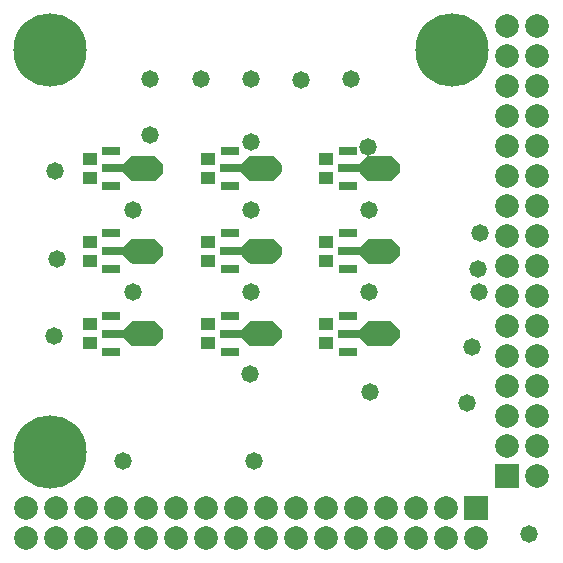
<source format=gbs>
G04 Layer_Color=16711935*
%FSLAX25Y25*%
%MOIN*%
G70*
G01*
G75*
%ADD24R,0.04737X0.04343*%
%ADD25R,0.06312X0.03162*%
%ADD26R,0.07887X0.03162*%
%ADD27C,0.07887*%
%ADD28R,0.07887X0.07887*%
%ADD29R,0.07887X0.07887*%
%ADD30C,0.24422*%
%ADD31C,0.05800*%
G36*
X129383Y82878D02*
X129435Y82868D01*
X129484Y82851D01*
X129531Y82828D01*
X129575Y82798D01*
X129614Y82764D01*
X132173Y80205D01*
X132208Y80165D01*
X132237Y80122D01*
X132260Y80075D01*
X132277Y80025D01*
X132287Y79974D01*
X132291Y79921D01*
Y77559D01*
X132287Y77507D01*
X132277Y77455D01*
X132260Y77406D01*
X132237Y77359D01*
X132208Y77315D01*
X132173Y77276D01*
X129614Y74717D01*
X129575Y74682D01*
X129531Y74653D01*
X129484Y74630D01*
X129435Y74613D01*
X129383Y74603D01*
X129331Y74599D01*
X121851D01*
X121798Y74603D01*
X121747Y74613D01*
X121697Y74630D01*
X121650Y74653D01*
X121607Y74682D01*
X121567Y74717D01*
X119008Y77276D01*
X118973Y77315D01*
X118944Y77359D01*
X118921Y77406D01*
X118904Y77455D01*
X118894Y77507D01*
X118891Y77559D01*
Y79921D01*
X118894Y79974D01*
X118904Y80025D01*
X118921Y80075D01*
X118944Y80122D01*
X118973Y80165D01*
X119008Y80205D01*
X121567Y82764D01*
X121607Y82798D01*
X121650Y82828D01*
X121697Y82851D01*
X121747Y82868D01*
X121798Y82878D01*
X121851Y82881D01*
X129331D01*
X129383Y82878D01*
D02*
G37*
G36*
X50643Y110437D02*
X50694Y110427D01*
X50744Y110410D01*
X50791Y110387D01*
X50835Y110357D01*
X50874Y110323D01*
X53433Y107764D01*
X53468Y107724D01*
X53497Y107681D01*
X53520Y107634D01*
X53537Y107584D01*
X53547Y107533D01*
X53551Y107480D01*
Y105118D01*
X53547Y105066D01*
X53537Y105015D01*
X53520Y104965D01*
X53497Y104918D01*
X53468Y104874D01*
X53433Y104835D01*
X50874Y102276D01*
X50835Y102241D01*
X50791Y102212D01*
X50744Y102189D01*
X50694Y102172D01*
X50643Y102162D01*
X50591Y102158D01*
X43110D01*
X43058Y102162D01*
X43007Y102172D01*
X42957Y102189D01*
X42910Y102212D01*
X42866Y102241D01*
X42827Y102276D01*
X40268Y104835D01*
X40233Y104874D01*
X40204Y104918D01*
X40181Y104965D01*
X40164Y105015D01*
X40154Y105066D01*
X40150Y105118D01*
Y107480D01*
X40154Y107533D01*
X40164Y107584D01*
X40181Y107634D01*
X40204Y107681D01*
X40233Y107724D01*
X40268Y107764D01*
X42827Y110323D01*
X42866Y110357D01*
X42910Y110387D01*
X42957Y110410D01*
X43007Y110427D01*
X43058Y110437D01*
X43110Y110440D01*
X50591D01*
X50643Y110437D01*
D02*
G37*
G36*
Y82878D02*
X50694Y82868D01*
X50744Y82851D01*
X50791Y82828D01*
X50835Y82798D01*
X50874Y82764D01*
X53433Y80205D01*
X53468Y80165D01*
X53497Y80122D01*
X53520Y80075D01*
X53537Y80025D01*
X53547Y79974D01*
X53551Y79921D01*
Y77559D01*
X53547Y77507D01*
X53537Y77455D01*
X53520Y77406D01*
X53497Y77359D01*
X53468Y77315D01*
X53433Y77276D01*
X50874Y74717D01*
X50835Y74682D01*
X50791Y74653D01*
X50744Y74630D01*
X50694Y74613D01*
X50643Y74603D01*
X50591Y74599D01*
X43110D01*
X43058Y74603D01*
X43007Y74613D01*
X42957Y74630D01*
X42910Y74653D01*
X42866Y74682D01*
X42827Y74717D01*
X40268Y77276D01*
X40233Y77315D01*
X40204Y77359D01*
X40181Y77406D01*
X40164Y77455D01*
X40154Y77507D01*
X40150Y77559D01*
Y79921D01*
X40154Y79974D01*
X40164Y80025D01*
X40181Y80075D01*
X40204Y80122D01*
X40233Y80165D01*
X40268Y80205D01*
X42827Y82764D01*
X42866Y82798D01*
X42910Y82828D01*
X42957Y82851D01*
X43007Y82868D01*
X43058Y82878D01*
X43110Y82881D01*
X50591D01*
X50643Y82878D01*
D02*
G37*
G36*
X90013D02*
X90065Y82868D01*
X90114Y82851D01*
X90161Y82828D01*
X90205Y82798D01*
X90244Y82764D01*
X92803Y80205D01*
X92838Y80165D01*
X92867Y80122D01*
X92890Y80075D01*
X92907Y80025D01*
X92917Y79974D01*
X92921Y79921D01*
Y77559D01*
X92917Y77507D01*
X92907Y77455D01*
X92890Y77406D01*
X92867Y77359D01*
X92838Y77315D01*
X92803Y77276D01*
X90244Y74717D01*
X90205Y74682D01*
X90161Y74653D01*
X90114Y74630D01*
X90065Y74613D01*
X90013Y74603D01*
X89961Y74599D01*
X82480D01*
X82428Y74603D01*
X82377Y74613D01*
X82327Y74630D01*
X82280Y74653D01*
X82236Y74682D01*
X82197Y74717D01*
X79638Y77276D01*
X79603Y77315D01*
X79574Y77359D01*
X79551Y77406D01*
X79534Y77455D01*
X79524Y77507D01*
X79520Y77559D01*
Y79921D01*
X79524Y79974D01*
X79534Y80025D01*
X79551Y80075D01*
X79574Y80122D01*
X79603Y80165D01*
X79638Y80205D01*
X82197Y82764D01*
X82236Y82798D01*
X82280Y82828D01*
X82327Y82851D01*
X82377Y82868D01*
X82428Y82878D01*
X82480Y82881D01*
X89961D01*
X90013Y82878D01*
D02*
G37*
G36*
Y110437D02*
X90065Y110427D01*
X90114Y110410D01*
X90161Y110387D01*
X90205Y110357D01*
X90244Y110323D01*
X92803Y107764D01*
X92838Y107724D01*
X92867Y107681D01*
X92890Y107634D01*
X92907Y107584D01*
X92917Y107533D01*
X92921Y107480D01*
Y105118D01*
X92917Y105066D01*
X92907Y105015D01*
X92890Y104965D01*
X92867Y104918D01*
X92838Y104874D01*
X92803Y104835D01*
X90244Y102276D01*
X90205Y102241D01*
X90161Y102212D01*
X90114Y102189D01*
X90065Y102172D01*
X90013Y102162D01*
X89961Y102158D01*
X82480D01*
X82428Y102162D01*
X82377Y102172D01*
X82327Y102189D01*
X82280Y102212D01*
X82236Y102241D01*
X82197Y102276D01*
X79638Y104835D01*
X79603Y104874D01*
X79574Y104918D01*
X79551Y104965D01*
X79534Y105015D01*
X79524Y105066D01*
X79520Y105118D01*
Y107480D01*
X79524Y107533D01*
X79534Y107584D01*
X79551Y107634D01*
X79574Y107681D01*
X79603Y107724D01*
X79638Y107764D01*
X82197Y110323D01*
X82236Y110357D01*
X82280Y110387D01*
X82327Y110410D01*
X82377Y110427D01*
X82428Y110437D01*
X82480Y110440D01*
X89961D01*
X90013Y110437D01*
D02*
G37*
G36*
Y137996D02*
X90065Y137986D01*
X90114Y137969D01*
X90161Y137946D01*
X90205Y137917D01*
X90244Y137882D01*
X92803Y135323D01*
X92838Y135284D01*
X92867Y135240D01*
X92890Y135193D01*
X92907Y135143D01*
X92917Y135092D01*
X92921Y135039D01*
Y132677D01*
X92917Y132625D01*
X92907Y132573D01*
X92890Y132524D01*
X92867Y132477D01*
X92838Y132433D01*
X92803Y132394D01*
X90244Y129835D01*
X90205Y129800D01*
X90161Y129771D01*
X90114Y129748D01*
X90065Y129731D01*
X90013Y129721D01*
X89961Y129717D01*
X82480D01*
X82428Y129721D01*
X82377Y129731D01*
X82327Y129748D01*
X82280Y129771D01*
X82236Y129800D01*
X82197Y129835D01*
X79638Y132394D01*
X79603Y132433D01*
X79574Y132477D01*
X79551Y132524D01*
X79534Y132573D01*
X79524Y132625D01*
X79520Y132677D01*
Y135039D01*
X79524Y135092D01*
X79534Y135143D01*
X79551Y135193D01*
X79574Y135240D01*
X79603Y135284D01*
X79638Y135323D01*
X82197Y137882D01*
X82236Y137917D01*
X82280Y137946D01*
X82327Y137969D01*
X82377Y137986D01*
X82428Y137996D01*
X82480Y137999D01*
X89961D01*
X90013Y137996D01*
D02*
G37*
G36*
X129383D02*
X129435Y137986D01*
X129484Y137969D01*
X129531Y137946D01*
X129575Y137917D01*
X129614Y137882D01*
X132173Y135323D01*
X132208Y135284D01*
X132237Y135240D01*
X132260Y135193D01*
X132277Y135143D01*
X132287Y135092D01*
X132291Y135039D01*
Y132677D01*
X132287Y132625D01*
X132277Y132573D01*
X132260Y132524D01*
X132237Y132477D01*
X132208Y132433D01*
X132173Y132394D01*
X129614Y129835D01*
X129575Y129800D01*
X129531Y129771D01*
X129484Y129748D01*
X129435Y129731D01*
X129383Y129721D01*
X129331Y129717D01*
X121851D01*
X121798Y129721D01*
X121747Y129731D01*
X121697Y129748D01*
X121650Y129771D01*
X121607Y129800D01*
X121567Y129835D01*
X119008Y132394D01*
X118973Y132433D01*
X118944Y132477D01*
X118921Y132524D01*
X118904Y132573D01*
X118894Y132625D01*
X118891Y132677D01*
Y135039D01*
X118894Y135092D01*
X118904Y135143D01*
X118921Y135193D01*
X118944Y135240D01*
X118973Y135284D01*
X119008Y135323D01*
X121567Y137882D01*
X121607Y137917D01*
X121650Y137946D01*
X121697Y137969D01*
X121747Y137986D01*
X121798Y137996D01*
X121851Y137999D01*
X129331D01*
X129383Y137996D01*
D02*
G37*
G36*
X129426Y110437D02*
X129477Y110427D01*
X129527Y110410D01*
X129574Y110387D01*
X129617Y110357D01*
X129657Y110323D01*
X132216Y107764D01*
X132250Y107724D01*
X132279Y107681D01*
X132303Y107634D01*
X132319Y107584D01*
X132330Y107533D01*
X132333Y107480D01*
Y105118D01*
X132330Y105066D01*
X132319Y105015D01*
X132303Y104965D01*
X132279Y104918D01*
X132250Y104874D01*
X132216Y104835D01*
X129657Y102276D01*
X129617Y102241D01*
X129574Y102212D01*
X129527Y102189D01*
X129477Y102172D01*
X129426Y102162D01*
X129373Y102158D01*
X121893D01*
X121841Y102162D01*
X121789Y102172D01*
X121739Y102189D01*
X121692Y102212D01*
X121649Y102241D01*
X121609Y102276D01*
X119050Y104835D01*
X119016Y104874D01*
X118987Y104918D01*
X118964Y104965D01*
X118947Y105015D01*
X118936Y105066D01*
X118933Y105118D01*
Y107480D01*
X118936Y107533D01*
X118947Y107584D01*
X118964Y107634D01*
X118987Y107681D01*
X119016Y107724D01*
X119050Y107764D01*
X121609Y110323D01*
X121649Y110357D01*
X121692Y110387D01*
X121739Y110410D01*
X121789Y110427D01*
X121841Y110437D01*
X121893Y110440D01*
X129373D01*
X129426Y110437D01*
D02*
G37*
G36*
X50643Y137996D02*
X50694Y137986D01*
X50744Y137969D01*
X50791Y137946D01*
X50835Y137917D01*
X50874Y137882D01*
X53433Y135323D01*
X53468Y135284D01*
X53497Y135240D01*
X53520Y135193D01*
X53537Y135143D01*
X53547Y135092D01*
X53551Y135039D01*
Y132677D01*
X53547Y132625D01*
X53537Y132573D01*
X53520Y132524D01*
X53497Y132477D01*
X53468Y132433D01*
X53433Y132394D01*
X50874Y129835D01*
X50835Y129800D01*
X50791Y129771D01*
X50744Y129748D01*
X50694Y129731D01*
X50643Y129721D01*
X50591Y129717D01*
X43110D01*
X43058Y129721D01*
X43007Y129731D01*
X42957Y129748D01*
X42910Y129771D01*
X42866Y129800D01*
X42827Y129835D01*
X40268Y132394D01*
X40233Y132433D01*
X40204Y132477D01*
X40181Y132524D01*
X40164Y132573D01*
X40154Y132625D01*
X40150Y132677D01*
Y135039D01*
X40154Y135092D01*
X40164Y135143D01*
X40181Y135193D01*
X40204Y135240D01*
X40233Y135284D01*
X40268Y135323D01*
X42827Y137882D01*
X42866Y137917D01*
X42910Y137946D01*
X42957Y137969D01*
X43007Y137986D01*
X43058Y137996D01*
X43110Y137999D01*
X50591D01*
X50643Y137996D01*
D02*
G37*
D24*
X29134Y137008D02*
D03*
Y130709D02*
D03*
Y109449D02*
D03*
Y103150D02*
D03*
Y81890D02*
D03*
Y75591D02*
D03*
X107874Y81890D02*
D03*
Y75591D02*
D03*
Y109449D02*
D03*
Y103150D02*
D03*
Y137008D02*
D03*
Y130709D02*
D03*
X68504Y81890D02*
D03*
Y75591D02*
D03*
Y109449D02*
D03*
Y103150D02*
D03*
Y137008D02*
D03*
Y130709D02*
D03*
D25*
X114961Y72835D02*
D03*
Y84646D02*
D03*
X115003Y100394D02*
D03*
Y112205D02*
D03*
X114961Y127953D02*
D03*
Y139764D02*
D03*
X75591Y127953D02*
D03*
Y139764D02*
D03*
Y100394D02*
D03*
Y112205D02*
D03*
Y72835D02*
D03*
Y84646D02*
D03*
X36221Y72835D02*
D03*
Y84646D02*
D03*
Y100394D02*
D03*
Y112205D02*
D03*
Y127953D02*
D03*
Y139764D02*
D03*
D26*
X115748Y78740D02*
D03*
X115790Y106299D02*
D03*
X115748Y133858D02*
D03*
X76378D02*
D03*
Y106299D02*
D03*
Y78740D02*
D03*
X37008D02*
D03*
Y106299D02*
D03*
Y133858D02*
D03*
D27*
X7677Y10748D02*
D03*
X17677D02*
D03*
X27677D02*
D03*
X37677D02*
D03*
X47677D02*
D03*
X57677D02*
D03*
X67677D02*
D03*
X77677D02*
D03*
X87677D02*
D03*
X97677D02*
D03*
X107677D02*
D03*
X117677D02*
D03*
X127677D02*
D03*
X137677D02*
D03*
X147677D02*
D03*
X157677D02*
D03*
X147677Y20748D02*
D03*
X137677D02*
D03*
X127677D02*
D03*
X117677D02*
D03*
X107677D02*
D03*
X97677D02*
D03*
X87677D02*
D03*
X77677D02*
D03*
X67677D02*
D03*
X57677D02*
D03*
X47677D02*
D03*
X37677D02*
D03*
X27677D02*
D03*
X17677D02*
D03*
X7677D02*
D03*
X178228Y181299D02*
D03*
Y171299D02*
D03*
Y161299D02*
D03*
Y151299D02*
D03*
Y141299D02*
D03*
Y131299D02*
D03*
Y121299D02*
D03*
Y111299D02*
D03*
Y101299D02*
D03*
Y91299D02*
D03*
Y81299D02*
D03*
Y71299D02*
D03*
Y61299D02*
D03*
Y51299D02*
D03*
Y41299D02*
D03*
Y31299D02*
D03*
X168228Y181299D02*
D03*
Y171299D02*
D03*
Y161299D02*
D03*
Y151299D02*
D03*
Y141299D02*
D03*
Y131299D02*
D03*
Y121299D02*
D03*
Y111299D02*
D03*
Y101299D02*
D03*
Y91299D02*
D03*
Y81299D02*
D03*
Y71299D02*
D03*
Y61299D02*
D03*
Y51299D02*
D03*
Y41299D02*
D03*
D28*
X157677Y20748D02*
D03*
D29*
X168228Y31299D02*
D03*
D30*
X15748Y173228D02*
D03*
Y39370D02*
D03*
X149606Y173228D02*
D03*
D31*
X99410Y163386D02*
D03*
X82677Y163780D02*
D03*
X116142D02*
D03*
X65945D02*
D03*
X82284Y65354D02*
D03*
X158268Y100394D02*
D03*
X158661Y92520D02*
D03*
X122047Y120079D02*
D03*
X82677D02*
D03*
X43307D02*
D03*
Y92520D02*
D03*
X82677D02*
D03*
X122047D02*
D03*
X83858Y36221D02*
D03*
X122441Y59449D02*
D03*
X17323Y133071D02*
D03*
X18110Y103543D02*
D03*
X16929Y77953D02*
D03*
X40158Y36221D02*
D03*
X156299Y74410D02*
D03*
X154725Y55512D02*
D03*
X159055Y112205D02*
D03*
X121654Y140945D02*
D03*
X82677Y142520D02*
D03*
X49213Y144882D02*
D03*
Y163780D02*
D03*
X175295Y12106D02*
D03*
M02*

</source>
